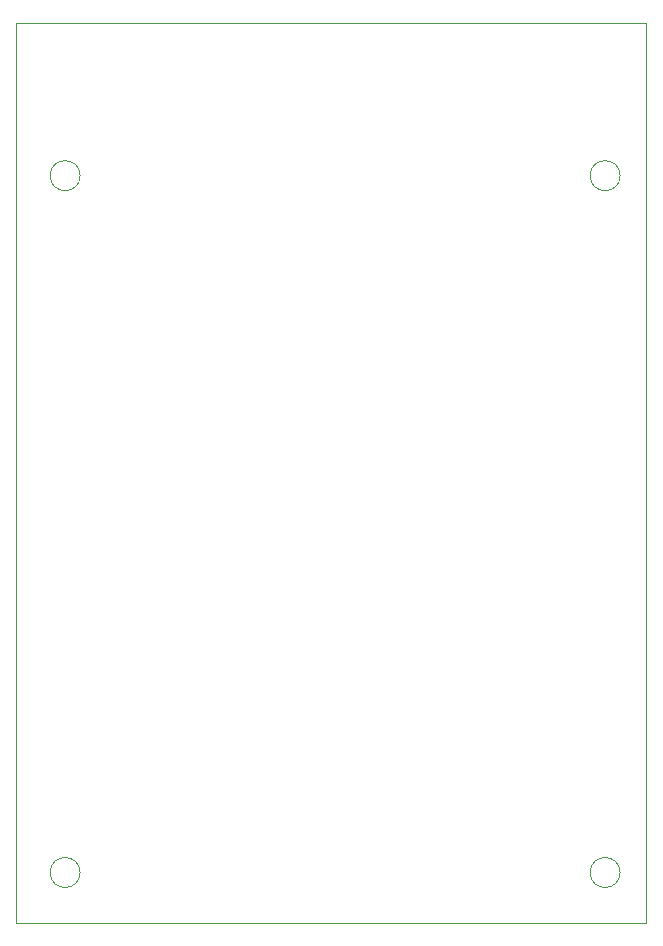
<source format=gbr>
%TF.GenerationSoftware,KiCad,Pcbnew,7.0.7*%
%TF.CreationDate,2023-08-30T02:18:38-04:00*%
%TF.ProjectId,Lora_Keypad2,4c6f7261-5f4b-4657-9970-6164322e6b69,v1*%
%TF.SameCoordinates,Original*%
%TF.FileFunction,Profile,NP*%
%FSLAX46Y46*%
G04 Gerber Fmt 4.6, Leading zero omitted, Abs format (unit mm)*
G04 Created by KiCad (PCBNEW 7.0.7) date 2023-08-30 02:18:38*
%MOMM*%
%LPD*%
G01*
G04 APERTURE LIST*
%TA.AperFunction,Profile*%
%ADD10C,0.100000*%
%TD*%
%TA.AperFunction,Profile*%
%ADD11C,0.120000*%
%TD*%
G04 APERTURE END LIST*
D10*
X172720000Y-132080000D02*
X172720000Y-55880000D01*
X226060000Y-132080000D02*
X172720000Y-132080000D01*
X226060000Y-55880000D02*
X226060000Y-132080000D01*
X172720000Y-55880000D02*
X226060000Y-55880000D01*
D11*
%TO.C,U1*%
X178120000Y-68815000D02*
G75*
G03*
X178120000Y-68815000I-1270000J0D01*
G01*
X178120000Y-127815000D02*
G75*
G03*
X178120000Y-127815000I-1270000J0D01*
G01*
X223840000Y-68815000D02*
G75*
G03*
X223840000Y-68815000I-1270000J0D01*
G01*
X223840000Y-127815000D02*
G75*
G03*
X223840000Y-127815000I-1270000J0D01*
G01*
%TD*%
M02*

</source>
